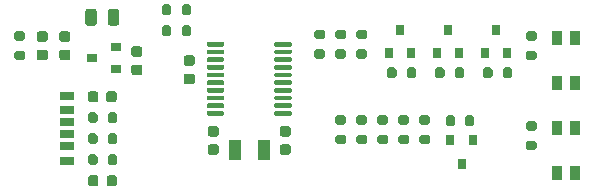
<source format=gbp>
G04 #@! TF.GenerationSoftware,KiCad,Pcbnew,(5.1.10)-1*
G04 #@! TF.CreationDate,2021-07-15T16:55:59+03:00*
G04 #@! TF.ProjectId,clock,636c6f63-6b2e-46b6-9963-61645f706362,rev?*
G04 #@! TF.SameCoordinates,Original*
G04 #@! TF.FileFunction,Paste,Bot*
G04 #@! TF.FilePolarity,Positive*
%FSLAX46Y46*%
G04 Gerber Fmt 4.6, Leading zero omitted, Abs format (unit mm)*
G04 Created by KiCad (PCBNEW (5.1.10)-1) date 2021-07-15 16:55:59*
%MOMM*%
%LPD*%
G01*
G04 APERTURE LIST*
%ADD10R,0.800000X0.900000*%
%ADD11R,0.900000X0.800000*%
%ADD12R,1.000000X1.800000*%
%ADD13R,0.900000X1.225000*%
%ADD14R,1.200000X0.800000*%
%ADD15R,1.200000X0.760000*%
%ADD16R,1.200000X0.700000*%
G04 APERTURE END LIST*
G36*
G01*
X49750000Y-29949000D02*
X49750000Y-29749000D01*
G75*
G02*
X49850000Y-29649000I100000J0D01*
G01*
X51125000Y-29649000D01*
G75*
G02*
X51225000Y-29749000I0J-100000D01*
G01*
X51225000Y-29949000D01*
G75*
G02*
X51125000Y-30049000I-100000J0D01*
G01*
X49850000Y-30049000D01*
G75*
G02*
X49750000Y-29949000I0J100000D01*
G01*
G37*
G36*
G01*
X49750000Y-29299000D02*
X49750000Y-29099000D01*
G75*
G02*
X49850000Y-28999000I100000J0D01*
G01*
X51125000Y-28999000D01*
G75*
G02*
X51225000Y-29099000I0J-100000D01*
G01*
X51225000Y-29299000D01*
G75*
G02*
X51125000Y-29399000I-100000J0D01*
G01*
X49850000Y-29399000D01*
G75*
G02*
X49750000Y-29299000I0J100000D01*
G01*
G37*
G36*
G01*
X49750000Y-28649000D02*
X49750000Y-28449000D01*
G75*
G02*
X49850000Y-28349000I100000J0D01*
G01*
X51125000Y-28349000D01*
G75*
G02*
X51225000Y-28449000I0J-100000D01*
G01*
X51225000Y-28649000D01*
G75*
G02*
X51125000Y-28749000I-100000J0D01*
G01*
X49850000Y-28749000D01*
G75*
G02*
X49750000Y-28649000I0J100000D01*
G01*
G37*
G36*
G01*
X49750000Y-27999000D02*
X49750000Y-27799000D01*
G75*
G02*
X49850000Y-27699000I100000J0D01*
G01*
X51125000Y-27699000D01*
G75*
G02*
X51225000Y-27799000I0J-100000D01*
G01*
X51225000Y-27999000D01*
G75*
G02*
X51125000Y-28099000I-100000J0D01*
G01*
X49850000Y-28099000D01*
G75*
G02*
X49750000Y-27999000I0J100000D01*
G01*
G37*
G36*
G01*
X49750000Y-27349000D02*
X49750000Y-27149000D01*
G75*
G02*
X49850000Y-27049000I100000J0D01*
G01*
X51125000Y-27049000D01*
G75*
G02*
X51225000Y-27149000I0J-100000D01*
G01*
X51225000Y-27349000D01*
G75*
G02*
X51125000Y-27449000I-100000J0D01*
G01*
X49850000Y-27449000D01*
G75*
G02*
X49750000Y-27349000I0J100000D01*
G01*
G37*
G36*
G01*
X49750000Y-26699000D02*
X49750000Y-26499000D01*
G75*
G02*
X49850000Y-26399000I100000J0D01*
G01*
X51125000Y-26399000D01*
G75*
G02*
X51225000Y-26499000I0J-100000D01*
G01*
X51225000Y-26699000D01*
G75*
G02*
X51125000Y-26799000I-100000J0D01*
G01*
X49850000Y-26799000D01*
G75*
G02*
X49750000Y-26699000I0J100000D01*
G01*
G37*
G36*
G01*
X49750000Y-26049000D02*
X49750000Y-25849000D01*
G75*
G02*
X49850000Y-25749000I100000J0D01*
G01*
X51125000Y-25749000D01*
G75*
G02*
X51225000Y-25849000I0J-100000D01*
G01*
X51225000Y-26049000D01*
G75*
G02*
X51125000Y-26149000I-100000J0D01*
G01*
X49850000Y-26149000D01*
G75*
G02*
X49750000Y-26049000I0J100000D01*
G01*
G37*
G36*
G01*
X49750000Y-25399000D02*
X49750000Y-25199000D01*
G75*
G02*
X49850000Y-25099000I100000J0D01*
G01*
X51125000Y-25099000D01*
G75*
G02*
X51225000Y-25199000I0J-100000D01*
G01*
X51225000Y-25399000D01*
G75*
G02*
X51125000Y-25499000I-100000J0D01*
G01*
X49850000Y-25499000D01*
G75*
G02*
X49750000Y-25399000I0J100000D01*
G01*
G37*
G36*
G01*
X49750000Y-24749000D02*
X49750000Y-24549000D01*
G75*
G02*
X49850000Y-24449000I100000J0D01*
G01*
X51125000Y-24449000D01*
G75*
G02*
X51225000Y-24549000I0J-100000D01*
G01*
X51225000Y-24749000D01*
G75*
G02*
X51125000Y-24849000I-100000J0D01*
G01*
X49850000Y-24849000D01*
G75*
G02*
X49750000Y-24749000I0J100000D01*
G01*
G37*
G36*
G01*
X49750000Y-24099000D02*
X49750000Y-23899000D01*
G75*
G02*
X49850000Y-23799000I100000J0D01*
G01*
X51125000Y-23799000D01*
G75*
G02*
X51225000Y-23899000I0J-100000D01*
G01*
X51225000Y-24099000D01*
G75*
G02*
X51125000Y-24199000I-100000J0D01*
G01*
X49850000Y-24199000D01*
G75*
G02*
X49750000Y-24099000I0J100000D01*
G01*
G37*
G36*
G01*
X44025000Y-24099000D02*
X44025000Y-23899000D01*
G75*
G02*
X44125000Y-23799000I100000J0D01*
G01*
X45400000Y-23799000D01*
G75*
G02*
X45500000Y-23899000I0J-100000D01*
G01*
X45500000Y-24099000D01*
G75*
G02*
X45400000Y-24199000I-100000J0D01*
G01*
X44125000Y-24199000D01*
G75*
G02*
X44025000Y-24099000I0J100000D01*
G01*
G37*
G36*
G01*
X44025000Y-24749000D02*
X44025000Y-24549000D01*
G75*
G02*
X44125000Y-24449000I100000J0D01*
G01*
X45400000Y-24449000D01*
G75*
G02*
X45500000Y-24549000I0J-100000D01*
G01*
X45500000Y-24749000D01*
G75*
G02*
X45400000Y-24849000I-100000J0D01*
G01*
X44125000Y-24849000D01*
G75*
G02*
X44025000Y-24749000I0J100000D01*
G01*
G37*
G36*
G01*
X44025000Y-25399000D02*
X44025000Y-25199000D01*
G75*
G02*
X44125000Y-25099000I100000J0D01*
G01*
X45400000Y-25099000D01*
G75*
G02*
X45500000Y-25199000I0J-100000D01*
G01*
X45500000Y-25399000D01*
G75*
G02*
X45400000Y-25499000I-100000J0D01*
G01*
X44125000Y-25499000D01*
G75*
G02*
X44025000Y-25399000I0J100000D01*
G01*
G37*
G36*
G01*
X44025000Y-26049000D02*
X44025000Y-25849000D01*
G75*
G02*
X44125000Y-25749000I100000J0D01*
G01*
X45400000Y-25749000D01*
G75*
G02*
X45500000Y-25849000I0J-100000D01*
G01*
X45500000Y-26049000D01*
G75*
G02*
X45400000Y-26149000I-100000J0D01*
G01*
X44125000Y-26149000D01*
G75*
G02*
X44025000Y-26049000I0J100000D01*
G01*
G37*
G36*
G01*
X44025000Y-26699000D02*
X44025000Y-26499000D01*
G75*
G02*
X44125000Y-26399000I100000J0D01*
G01*
X45400000Y-26399000D01*
G75*
G02*
X45500000Y-26499000I0J-100000D01*
G01*
X45500000Y-26699000D01*
G75*
G02*
X45400000Y-26799000I-100000J0D01*
G01*
X44125000Y-26799000D01*
G75*
G02*
X44025000Y-26699000I0J100000D01*
G01*
G37*
G36*
G01*
X44025000Y-27349000D02*
X44025000Y-27149000D01*
G75*
G02*
X44125000Y-27049000I100000J0D01*
G01*
X45400000Y-27049000D01*
G75*
G02*
X45500000Y-27149000I0J-100000D01*
G01*
X45500000Y-27349000D01*
G75*
G02*
X45400000Y-27449000I-100000J0D01*
G01*
X44125000Y-27449000D01*
G75*
G02*
X44025000Y-27349000I0J100000D01*
G01*
G37*
G36*
G01*
X44025000Y-27999000D02*
X44025000Y-27799000D01*
G75*
G02*
X44125000Y-27699000I100000J0D01*
G01*
X45400000Y-27699000D01*
G75*
G02*
X45500000Y-27799000I0J-100000D01*
G01*
X45500000Y-27999000D01*
G75*
G02*
X45400000Y-28099000I-100000J0D01*
G01*
X44125000Y-28099000D01*
G75*
G02*
X44025000Y-27999000I0J100000D01*
G01*
G37*
G36*
G01*
X44025000Y-28649000D02*
X44025000Y-28449000D01*
G75*
G02*
X44125000Y-28349000I100000J0D01*
G01*
X45400000Y-28349000D01*
G75*
G02*
X45500000Y-28449000I0J-100000D01*
G01*
X45500000Y-28649000D01*
G75*
G02*
X45400000Y-28749000I-100000J0D01*
G01*
X44125000Y-28749000D01*
G75*
G02*
X44025000Y-28649000I0J100000D01*
G01*
G37*
G36*
G01*
X44025000Y-29299000D02*
X44025000Y-29099000D01*
G75*
G02*
X44125000Y-28999000I100000J0D01*
G01*
X45400000Y-28999000D01*
G75*
G02*
X45500000Y-29099000I0J-100000D01*
G01*
X45500000Y-29299000D01*
G75*
G02*
X45400000Y-29399000I-100000J0D01*
G01*
X44125000Y-29399000D01*
G75*
G02*
X44025000Y-29299000I0J100000D01*
G01*
G37*
G36*
G01*
X44025000Y-29949000D02*
X44025000Y-29749000D01*
G75*
G02*
X44125000Y-29649000I100000J0D01*
G01*
X45400000Y-29649000D01*
G75*
G02*
X45500000Y-29749000I0J-100000D01*
G01*
X45500000Y-29949000D01*
G75*
G02*
X45400000Y-30049000I-100000J0D01*
G01*
X44125000Y-30049000D01*
G75*
G02*
X44025000Y-29949000I0J100000D01*
G01*
G37*
G36*
G01*
X34729000Y-21242000D02*
X34729000Y-22192000D01*
G75*
G02*
X34479000Y-22442000I-250000J0D01*
G01*
X33979000Y-22442000D01*
G75*
G02*
X33729000Y-22192000I0J250000D01*
G01*
X33729000Y-21242000D01*
G75*
G02*
X33979000Y-20992000I250000J0D01*
G01*
X34479000Y-20992000D01*
G75*
G02*
X34729000Y-21242000I0J-250000D01*
G01*
G37*
G36*
G01*
X36629000Y-21242000D02*
X36629000Y-22192000D01*
G75*
G02*
X36379000Y-22442000I-250000J0D01*
G01*
X35879000Y-22442000D01*
G75*
G02*
X35629000Y-22192000I0J250000D01*
G01*
X35629000Y-21242000D01*
G75*
G02*
X35879000Y-20992000I250000J0D01*
G01*
X36379000Y-20992000D01*
G75*
G02*
X36629000Y-21242000I0J-250000D01*
G01*
G37*
G36*
G01*
X34854400Y-35303750D02*
X34854400Y-35816250D01*
G75*
G02*
X34635650Y-36035000I-218750J0D01*
G01*
X34198150Y-36035000D01*
G75*
G02*
X33979400Y-35816250I0J218750D01*
G01*
X33979400Y-35303750D01*
G75*
G02*
X34198150Y-35085000I218750J0D01*
G01*
X34635650Y-35085000D01*
G75*
G02*
X34854400Y-35303750I0J-218750D01*
G01*
G37*
G36*
G01*
X36429400Y-35303750D02*
X36429400Y-35816250D01*
G75*
G02*
X36210650Y-36035000I-218750J0D01*
G01*
X35773150Y-36035000D01*
G75*
G02*
X35554400Y-35816250I0J218750D01*
G01*
X35554400Y-35303750D01*
G75*
G02*
X35773150Y-35085000I218750J0D01*
G01*
X36210650Y-35085000D01*
G75*
G02*
X36429400Y-35303750I0J-218750D01*
G01*
G37*
G36*
G01*
X32254000Y-23805000D02*
X31754000Y-23805000D01*
G75*
G02*
X31529000Y-23580000I0J225000D01*
G01*
X31529000Y-23130000D01*
G75*
G02*
X31754000Y-22905000I225000J0D01*
G01*
X32254000Y-22905000D01*
G75*
G02*
X32479000Y-23130000I0J-225000D01*
G01*
X32479000Y-23580000D01*
G75*
G02*
X32254000Y-23805000I-225000J0D01*
G01*
G37*
G36*
G01*
X32254000Y-25355000D02*
X31754000Y-25355000D01*
G75*
G02*
X31529000Y-25130000I0J225000D01*
G01*
X31529000Y-24680000D01*
G75*
G02*
X31754000Y-24455000I225000J0D01*
G01*
X32254000Y-24455000D01*
G75*
G02*
X32479000Y-24680000I0J-225000D01*
G01*
X32479000Y-25130000D01*
G75*
G02*
X32254000Y-25355000I-225000J0D01*
G01*
G37*
G36*
G01*
X30349000Y-23805000D02*
X29849000Y-23805000D01*
G75*
G02*
X29624000Y-23580000I0J225000D01*
G01*
X29624000Y-23130000D01*
G75*
G02*
X29849000Y-22905000I225000J0D01*
G01*
X30349000Y-22905000D01*
G75*
G02*
X30574000Y-23130000I0J-225000D01*
G01*
X30574000Y-23580000D01*
G75*
G02*
X30349000Y-23805000I-225000J0D01*
G01*
G37*
G36*
G01*
X30349000Y-25355000D02*
X29849000Y-25355000D01*
G75*
G02*
X29624000Y-25130000I0J225000D01*
G01*
X29624000Y-24680000D01*
G75*
G02*
X29849000Y-24455000I225000J0D01*
G01*
X30349000Y-24455000D01*
G75*
G02*
X30574000Y-24680000I0J-225000D01*
G01*
X30574000Y-25130000D01*
G75*
G02*
X30349000Y-25355000I-225000J0D01*
G01*
G37*
G36*
G01*
X50923000Y-31819000D02*
X50423000Y-31819000D01*
G75*
G02*
X50198000Y-31594000I0J225000D01*
G01*
X50198000Y-31144000D01*
G75*
G02*
X50423000Y-30919000I225000J0D01*
G01*
X50923000Y-30919000D01*
G75*
G02*
X51148000Y-31144000I0J-225000D01*
G01*
X51148000Y-31594000D01*
G75*
G02*
X50923000Y-31819000I-225000J0D01*
G01*
G37*
G36*
G01*
X50923000Y-33369000D02*
X50423000Y-33369000D01*
G75*
G02*
X50198000Y-33144000I0J225000D01*
G01*
X50198000Y-32694000D01*
G75*
G02*
X50423000Y-32469000I225000J0D01*
G01*
X50923000Y-32469000D01*
G75*
G02*
X51148000Y-32694000I0J-225000D01*
G01*
X51148000Y-33144000D01*
G75*
G02*
X50923000Y-33369000I-225000J0D01*
G01*
G37*
G36*
G01*
X44827000Y-31819000D02*
X44327000Y-31819000D01*
G75*
G02*
X44102000Y-31594000I0J225000D01*
G01*
X44102000Y-31144000D01*
G75*
G02*
X44327000Y-30919000I225000J0D01*
G01*
X44827000Y-30919000D01*
G75*
G02*
X45052000Y-31144000I0J-225000D01*
G01*
X45052000Y-31594000D01*
G75*
G02*
X44827000Y-31819000I-225000J0D01*
G01*
G37*
G36*
G01*
X44827000Y-33369000D02*
X44327000Y-33369000D01*
G75*
G02*
X44102000Y-33144000I0J225000D01*
G01*
X44102000Y-32694000D01*
G75*
G02*
X44327000Y-32469000I225000J0D01*
G01*
X44827000Y-32469000D01*
G75*
G02*
X45052000Y-32694000I0J-225000D01*
G01*
X45052000Y-33144000D01*
G75*
G02*
X44827000Y-33369000I-225000J0D01*
G01*
G37*
G36*
G01*
X38350000Y-25075000D02*
X37850000Y-25075000D01*
G75*
G02*
X37625000Y-24850000I0J225000D01*
G01*
X37625000Y-24400000D01*
G75*
G02*
X37850000Y-24175000I225000J0D01*
G01*
X38350000Y-24175000D01*
G75*
G02*
X38575000Y-24400000I0J-225000D01*
G01*
X38575000Y-24850000D01*
G75*
G02*
X38350000Y-25075000I-225000J0D01*
G01*
G37*
G36*
G01*
X38350000Y-26625000D02*
X37850000Y-26625000D01*
G75*
G02*
X37625000Y-26400000I0J225000D01*
G01*
X37625000Y-25950000D01*
G75*
G02*
X37850000Y-25725000I225000J0D01*
G01*
X38350000Y-25725000D01*
G75*
G02*
X38575000Y-25950000I0J-225000D01*
G01*
X38575000Y-26400000D01*
G75*
G02*
X38350000Y-26625000I-225000J0D01*
G01*
G37*
G36*
G01*
X35504000Y-28698000D02*
X35504000Y-28198000D01*
G75*
G02*
X35729000Y-27973000I225000J0D01*
G01*
X36179000Y-27973000D01*
G75*
G02*
X36404000Y-28198000I0J-225000D01*
G01*
X36404000Y-28698000D01*
G75*
G02*
X36179000Y-28923000I-225000J0D01*
G01*
X35729000Y-28923000D01*
G75*
G02*
X35504000Y-28698000I0J225000D01*
G01*
G37*
G36*
G01*
X33954000Y-28698000D02*
X33954000Y-28198000D01*
G75*
G02*
X34179000Y-27973000I225000J0D01*
G01*
X34629000Y-27973000D01*
G75*
G02*
X34854000Y-28198000I0J-225000D01*
G01*
X34854000Y-28698000D01*
G75*
G02*
X34629000Y-28923000I-225000J0D01*
G01*
X34179000Y-28923000D01*
G75*
G02*
X33954000Y-28698000I0J225000D01*
G01*
G37*
G36*
G01*
X42295000Y-26487000D02*
X42795000Y-26487000D01*
G75*
G02*
X43020000Y-26712000I0J-225000D01*
G01*
X43020000Y-27162000D01*
G75*
G02*
X42795000Y-27387000I-225000J0D01*
G01*
X42295000Y-27387000D01*
G75*
G02*
X42070000Y-27162000I0J225000D01*
G01*
X42070000Y-26712000D01*
G75*
G02*
X42295000Y-26487000I225000J0D01*
G01*
G37*
G36*
G01*
X42295000Y-24937000D02*
X42795000Y-24937000D01*
G75*
G02*
X43020000Y-25162000I0J-225000D01*
G01*
X43020000Y-25612000D01*
G75*
G02*
X42795000Y-25837000I-225000J0D01*
G01*
X42295000Y-25837000D01*
G75*
G02*
X42070000Y-25612000I0J225000D01*
G01*
X42070000Y-25162000D01*
G75*
G02*
X42295000Y-24937000I225000J0D01*
G01*
G37*
G36*
G01*
X68219000Y-26141000D02*
X68219000Y-26691000D01*
G75*
G02*
X68019000Y-26891000I-200000J0D01*
G01*
X67619000Y-26891000D01*
G75*
G02*
X67419000Y-26691000I0J200000D01*
G01*
X67419000Y-26141000D01*
G75*
G02*
X67619000Y-25941000I200000J0D01*
G01*
X68019000Y-25941000D01*
G75*
G02*
X68219000Y-26141000I0J-200000D01*
G01*
G37*
G36*
G01*
X69869000Y-26141000D02*
X69869000Y-26691000D01*
G75*
G02*
X69669000Y-26891000I-200000J0D01*
G01*
X69269000Y-26891000D01*
G75*
G02*
X69069000Y-26691000I0J200000D01*
G01*
X69069000Y-26141000D01*
G75*
G02*
X69269000Y-25941000I200000J0D01*
G01*
X69669000Y-25941000D01*
G75*
G02*
X69869000Y-26141000I0J-200000D01*
G01*
G37*
G36*
G01*
X41040000Y-20807000D02*
X41040000Y-21357000D01*
G75*
G02*
X40840000Y-21557000I-200000J0D01*
G01*
X40440000Y-21557000D01*
G75*
G02*
X40240000Y-21357000I0J200000D01*
G01*
X40240000Y-20807000D01*
G75*
G02*
X40440000Y-20607000I200000J0D01*
G01*
X40840000Y-20607000D01*
G75*
G02*
X41040000Y-20807000I0J-200000D01*
G01*
G37*
G36*
G01*
X42690000Y-20807000D02*
X42690000Y-21357000D01*
G75*
G02*
X42490000Y-21557000I-200000J0D01*
G01*
X42090000Y-21557000D01*
G75*
G02*
X41890000Y-21357000I0J200000D01*
G01*
X41890000Y-20807000D01*
G75*
G02*
X42090000Y-20607000I200000J0D01*
G01*
X42490000Y-20607000D01*
G75*
G02*
X42690000Y-20807000I0J-200000D01*
G01*
G37*
G36*
G01*
X65893000Y-30755000D02*
X65893000Y-30205000D01*
G75*
G02*
X66093000Y-30005000I200000J0D01*
G01*
X66493000Y-30005000D01*
G75*
G02*
X66693000Y-30205000I0J-200000D01*
G01*
X66693000Y-30755000D01*
G75*
G02*
X66493000Y-30955000I-200000J0D01*
G01*
X66093000Y-30955000D01*
G75*
G02*
X65893000Y-30755000I0J200000D01*
G01*
G37*
G36*
G01*
X64243000Y-30755000D02*
X64243000Y-30205000D01*
G75*
G02*
X64443000Y-30005000I200000J0D01*
G01*
X64843000Y-30005000D01*
G75*
G02*
X65043000Y-30205000I0J-200000D01*
G01*
X65043000Y-30755000D01*
G75*
G02*
X64843000Y-30955000I-200000J0D01*
G01*
X64443000Y-30955000D01*
G75*
G02*
X64243000Y-30755000I0J200000D01*
G01*
G37*
G36*
G01*
X64155000Y-26141000D02*
X64155000Y-26691000D01*
G75*
G02*
X63955000Y-26891000I-200000J0D01*
G01*
X63555000Y-26891000D01*
G75*
G02*
X63355000Y-26691000I0J200000D01*
G01*
X63355000Y-26141000D01*
G75*
G02*
X63555000Y-25941000I200000J0D01*
G01*
X63955000Y-25941000D01*
G75*
G02*
X64155000Y-26141000I0J-200000D01*
G01*
G37*
G36*
G01*
X65805000Y-26141000D02*
X65805000Y-26691000D01*
G75*
G02*
X65605000Y-26891000I-200000J0D01*
G01*
X65205000Y-26891000D01*
G75*
G02*
X65005000Y-26691000I0J200000D01*
G01*
X65005000Y-26141000D01*
G75*
G02*
X65205000Y-25941000I200000J0D01*
G01*
X65605000Y-25941000D01*
G75*
G02*
X65805000Y-26141000I0J-200000D01*
G01*
G37*
G36*
G01*
X60091000Y-26141000D02*
X60091000Y-26691000D01*
G75*
G02*
X59891000Y-26891000I-200000J0D01*
G01*
X59491000Y-26891000D01*
G75*
G02*
X59291000Y-26691000I0J200000D01*
G01*
X59291000Y-26141000D01*
G75*
G02*
X59491000Y-25941000I200000J0D01*
G01*
X59891000Y-25941000D01*
G75*
G02*
X60091000Y-26141000I0J-200000D01*
G01*
G37*
G36*
G01*
X61741000Y-26141000D02*
X61741000Y-26691000D01*
G75*
G02*
X61541000Y-26891000I-200000J0D01*
G01*
X61141000Y-26891000D01*
G75*
G02*
X60941000Y-26691000I0J200000D01*
G01*
X60941000Y-26141000D01*
G75*
G02*
X61141000Y-25941000I200000J0D01*
G01*
X61541000Y-25941000D01*
G75*
G02*
X61741000Y-26141000I0J-200000D01*
G01*
G37*
G36*
G01*
X59203000Y-30817000D02*
X58653000Y-30817000D01*
G75*
G02*
X58453000Y-30617000I0J200000D01*
G01*
X58453000Y-30217000D01*
G75*
G02*
X58653000Y-30017000I200000J0D01*
G01*
X59203000Y-30017000D01*
G75*
G02*
X59403000Y-30217000I0J-200000D01*
G01*
X59403000Y-30617000D01*
G75*
G02*
X59203000Y-30817000I-200000J0D01*
G01*
G37*
G36*
G01*
X59203000Y-32467000D02*
X58653000Y-32467000D01*
G75*
G02*
X58453000Y-32267000I0J200000D01*
G01*
X58453000Y-31867000D01*
G75*
G02*
X58653000Y-31667000I200000J0D01*
G01*
X59203000Y-31667000D01*
G75*
G02*
X59403000Y-31867000I0J-200000D01*
G01*
X59403000Y-32267000D01*
G75*
G02*
X59203000Y-32467000I-200000J0D01*
G01*
G37*
G36*
G01*
X62759000Y-30817000D02*
X62209000Y-30817000D01*
G75*
G02*
X62009000Y-30617000I0J200000D01*
G01*
X62009000Y-30217000D01*
G75*
G02*
X62209000Y-30017000I200000J0D01*
G01*
X62759000Y-30017000D01*
G75*
G02*
X62959000Y-30217000I0J-200000D01*
G01*
X62959000Y-30617000D01*
G75*
G02*
X62759000Y-30817000I-200000J0D01*
G01*
G37*
G36*
G01*
X62759000Y-32467000D02*
X62209000Y-32467000D01*
G75*
G02*
X62009000Y-32267000I0J200000D01*
G01*
X62009000Y-31867000D01*
G75*
G02*
X62209000Y-31667000I200000J0D01*
G01*
X62759000Y-31667000D01*
G75*
G02*
X62959000Y-31867000I0J-200000D01*
G01*
X62959000Y-32267000D01*
G75*
G02*
X62759000Y-32467000I-200000J0D01*
G01*
G37*
G36*
G01*
X55097000Y-24428000D02*
X55647000Y-24428000D01*
G75*
G02*
X55847000Y-24628000I0J-200000D01*
G01*
X55847000Y-25028000D01*
G75*
G02*
X55647000Y-25228000I-200000J0D01*
G01*
X55097000Y-25228000D01*
G75*
G02*
X54897000Y-25028000I0J200000D01*
G01*
X54897000Y-24628000D01*
G75*
G02*
X55097000Y-24428000I200000J0D01*
G01*
G37*
G36*
G01*
X55097000Y-22778000D02*
X55647000Y-22778000D01*
G75*
G02*
X55847000Y-22978000I0J-200000D01*
G01*
X55847000Y-23378000D01*
G75*
G02*
X55647000Y-23578000I-200000J0D01*
G01*
X55097000Y-23578000D01*
G75*
G02*
X54897000Y-23378000I0J200000D01*
G01*
X54897000Y-22978000D01*
G75*
G02*
X55097000Y-22778000I200000J0D01*
G01*
G37*
G36*
G01*
X55647000Y-30817000D02*
X55097000Y-30817000D01*
G75*
G02*
X54897000Y-30617000I0J200000D01*
G01*
X54897000Y-30217000D01*
G75*
G02*
X55097000Y-30017000I200000J0D01*
G01*
X55647000Y-30017000D01*
G75*
G02*
X55847000Y-30217000I0J-200000D01*
G01*
X55847000Y-30617000D01*
G75*
G02*
X55647000Y-30817000I-200000J0D01*
G01*
G37*
G36*
G01*
X55647000Y-32467000D02*
X55097000Y-32467000D01*
G75*
G02*
X54897000Y-32267000I0J200000D01*
G01*
X54897000Y-31867000D01*
G75*
G02*
X55097000Y-31667000I200000J0D01*
G01*
X55647000Y-31667000D01*
G75*
G02*
X55847000Y-31867000I0J-200000D01*
G01*
X55847000Y-32267000D01*
G75*
G02*
X55647000Y-32467000I-200000J0D01*
G01*
G37*
G36*
G01*
X57425000Y-30817000D02*
X56875000Y-30817000D01*
G75*
G02*
X56675000Y-30617000I0J200000D01*
G01*
X56675000Y-30217000D01*
G75*
G02*
X56875000Y-30017000I200000J0D01*
G01*
X57425000Y-30017000D01*
G75*
G02*
X57625000Y-30217000I0J-200000D01*
G01*
X57625000Y-30617000D01*
G75*
G02*
X57425000Y-30817000I-200000J0D01*
G01*
G37*
G36*
G01*
X57425000Y-32467000D02*
X56875000Y-32467000D01*
G75*
G02*
X56675000Y-32267000I0J200000D01*
G01*
X56675000Y-31867000D01*
G75*
G02*
X56875000Y-31667000I200000J0D01*
G01*
X57425000Y-31667000D01*
G75*
G02*
X57625000Y-31867000I0J-200000D01*
G01*
X57625000Y-32267000D01*
G75*
G02*
X57425000Y-32467000I-200000J0D01*
G01*
G37*
G36*
G01*
X60981000Y-30817000D02*
X60431000Y-30817000D01*
G75*
G02*
X60231000Y-30617000I0J200000D01*
G01*
X60231000Y-30217000D01*
G75*
G02*
X60431000Y-30017000I200000J0D01*
G01*
X60981000Y-30017000D01*
G75*
G02*
X61181000Y-30217000I0J-200000D01*
G01*
X61181000Y-30617000D01*
G75*
G02*
X60981000Y-30817000I-200000J0D01*
G01*
G37*
G36*
G01*
X60981000Y-32467000D02*
X60431000Y-32467000D01*
G75*
G02*
X60231000Y-32267000I0J200000D01*
G01*
X60231000Y-31867000D01*
G75*
G02*
X60431000Y-31667000I200000J0D01*
G01*
X60981000Y-31667000D01*
G75*
G02*
X61181000Y-31867000I0J-200000D01*
G01*
X61181000Y-32267000D01*
G75*
G02*
X60981000Y-32467000I-200000J0D01*
G01*
G37*
G36*
G01*
X56875000Y-24428000D02*
X57425000Y-24428000D01*
G75*
G02*
X57625000Y-24628000I0J-200000D01*
G01*
X57625000Y-25028000D01*
G75*
G02*
X57425000Y-25228000I-200000J0D01*
G01*
X56875000Y-25228000D01*
G75*
G02*
X56675000Y-25028000I0J200000D01*
G01*
X56675000Y-24628000D01*
G75*
G02*
X56875000Y-24428000I200000J0D01*
G01*
G37*
G36*
G01*
X56875000Y-22778000D02*
X57425000Y-22778000D01*
G75*
G02*
X57625000Y-22978000I0J-200000D01*
G01*
X57625000Y-23378000D01*
G75*
G02*
X57425000Y-23578000I-200000J0D01*
G01*
X56875000Y-23578000D01*
G75*
G02*
X56675000Y-23378000I0J200000D01*
G01*
X56675000Y-22978000D01*
G75*
G02*
X56875000Y-22778000I200000J0D01*
G01*
G37*
G36*
G01*
X53319000Y-24428000D02*
X53869000Y-24428000D01*
G75*
G02*
X54069000Y-24628000I0J-200000D01*
G01*
X54069000Y-25028000D01*
G75*
G02*
X53869000Y-25228000I-200000J0D01*
G01*
X53319000Y-25228000D01*
G75*
G02*
X53119000Y-25028000I0J200000D01*
G01*
X53119000Y-24628000D01*
G75*
G02*
X53319000Y-24428000I200000J0D01*
G01*
G37*
G36*
G01*
X53319000Y-22778000D02*
X53869000Y-22778000D01*
G75*
G02*
X54069000Y-22978000I0J-200000D01*
G01*
X54069000Y-23378000D01*
G75*
G02*
X53869000Y-23578000I-200000J0D01*
G01*
X53319000Y-23578000D01*
G75*
G02*
X53119000Y-23378000I0J200000D01*
G01*
X53119000Y-22978000D01*
G75*
G02*
X53319000Y-22778000I200000J0D01*
G01*
G37*
G36*
G01*
X41890000Y-23135000D02*
X41890000Y-22585000D01*
G75*
G02*
X42090000Y-22385000I200000J0D01*
G01*
X42490000Y-22385000D01*
G75*
G02*
X42690000Y-22585000I0J-200000D01*
G01*
X42690000Y-23135000D01*
G75*
G02*
X42490000Y-23335000I-200000J0D01*
G01*
X42090000Y-23335000D01*
G75*
G02*
X41890000Y-23135000I0J200000D01*
G01*
G37*
G36*
G01*
X40240000Y-23135000D02*
X40240000Y-22585000D01*
G75*
G02*
X40440000Y-22385000I200000J0D01*
G01*
X40840000Y-22385000D01*
G75*
G02*
X41040000Y-22585000I0J-200000D01*
G01*
X41040000Y-23135000D01*
G75*
G02*
X40840000Y-23335000I-200000J0D01*
G01*
X40440000Y-23335000D01*
G75*
G02*
X40240000Y-23135000I0J200000D01*
G01*
G37*
G36*
G01*
X71776000Y-31325000D02*
X71226000Y-31325000D01*
G75*
G02*
X71026000Y-31125000I0J200000D01*
G01*
X71026000Y-30725000D01*
G75*
G02*
X71226000Y-30525000I200000J0D01*
G01*
X71776000Y-30525000D01*
G75*
G02*
X71976000Y-30725000I0J-200000D01*
G01*
X71976000Y-31125000D01*
G75*
G02*
X71776000Y-31325000I-200000J0D01*
G01*
G37*
G36*
G01*
X71776000Y-32975000D02*
X71226000Y-32975000D01*
G75*
G02*
X71026000Y-32775000I0J200000D01*
G01*
X71026000Y-32375000D01*
G75*
G02*
X71226000Y-32175000I200000J0D01*
G01*
X71776000Y-32175000D01*
G75*
G02*
X71976000Y-32375000I0J-200000D01*
G01*
X71976000Y-32775000D01*
G75*
G02*
X71776000Y-32975000I-200000J0D01*
G01*
G37*
G36*
G01*
X71776000Y-23705000D02*
X71226000Y-23705000D01*
G75*
G02*
X71026000Y-23505000I0J200000D01*
G01*
X71026000Y-23105000D01*
G75*
G02*
X71226000Y-22905000I200000J0D01*
G01*
X71776000Y-22905000D01*
G75*
G02*
X71976000Y-23105000I0J-200000D01*
G01*
X71976000Y-23505000D01*
G75*
G02*
X71776000Y-23705000I-200000J0D01*
G01*
G37*
G36*
G01*
X71776000Y-25355000D02*
X71226000Y-25355000D01*
G75*
G02*
X71026000Y-25155000I0J200000D01*
G01*
X71026000Y-24755000D01*
G75*
G02*
X71226000Y-24555000I200000J0D01*
G01*
X71776000Y-24555000D01*
G75*
G02*
X71976000Y-24755000I0J-200000D01*
G01*
X71976000Y-25155000D01*
G75*
G02*
X71776000Y-25355000I-200000J0D01*
G01*
G37*
G36*
G01*
X28469000Y-23705000D02*
X27919000Y-23705000D01*
G75*
G02*
X27719000Y-23505000I0J200000D01*
G01*
X27719000Y-23105000D01*
G75*
G02*
X27919000Y-22905000I200000J0D01*
G01*
X28469000Y-22905000D01*
G75*
G02*
X28669000Y-23105000I0J-200000D01*
G01*
X28669000Y-23505000D01*
G75*
G02*
X28469000Y-23705000I-200000J0D01*
G01*
G37*
G36*
G01*
X28469000Y-25355000D02*
X27919000Y-25355000D01*
G75*
G02*
X27719000Y-25155000I0J200000D01*
G01*
X27719000Y-24755000D01*
G75*
G02*
X27919000Y-24555000I200000J0D01*
G01*
X28469000Y-24555000D01*
G75*
G02*
X28669000Y-24755000I0J-200000D01*
G01*
X28669000Y-25155000D01*
G75*
G02*
X28469000Y-25355000I-200000J0D01*
G01*
G37*
G36*
G01*
X35629400Y-32279000D02*
X35629400Y-31729000D01*
G75*
G02*
X35829400Y-31529000I200000J0D01*
G01*
X36229400Y-31529000D01*
G75*
G02*
X36429400Y-31729000I0J-200000D01*
G01*
X36429400Y-32279000D01*
G75*
G02*
X36229400Y-32479000I-200000J0D01*
G01*
X35829400Y-32479000D01*
G75*
G02*
X35629400Y-32279000I0J200000D01*
G01*
G37*
G36*
G01*
X33979400Y-32279000D02*
X33979400Y-31729000D01*
G75*
G02*
X34179400Y-31529000I200000J0D01*
G01*
X34579400Y-31529000D01*
G75*
G02*
X34779400Y-31729000I0J-200000D01*
G01*
X34779400Y-32279000D01*
G75*
G02*
X34579400Y-32479000I-200000J0D01*
G01*
X34179400Y-32479000D01*
G75*
G02*
X33979400Y-32279000I0J200000D01*
G01*
G37*
G36*
G01*
X35629400Y-30501000D02*
X35629400Y-29951000D01*
G75*
G02*
X35829400Y-29751000I200000J0D01*
G01*
X36229400Y-29751000D01*
G75*
G02*
X36429400Y-29951000I0J-200000D01*
G01*
X36429400Y-30501000D01*
G75*
G02*
X36229400Y-30701000I-200000J0D01*
G01*
X35829400Y-30701000D01*
G75*
G02*
X35629400Y-30501000I0J200000D01*
G01*
G37*
G36*
G01*
X33979400Y-30501000D02*
X33979400Y-29951000D01*
G75*
G02*
X34179400Y-29751000I200000J0D01*
G01*
X34579400Y-29751000D01*
G75*
G02*
X34779400Y-29951000I0J-200000D01*
G01*
X34779400Y-30501000D01*
G75*
G02*
X34579400Y-30701000I-200000J0D01*
G01*
X34179400Y-30701000D01*
G75*
G02*
X33979400Y-30501000I0J200000D01*
G01*
G37*
G36*
G01*
X34779400Y-33507000D02*
X34779400Y-34057000D01*
G75*
G02*
X34579400Y-34257000I-200000J0D01*
G01*
X34179400Y-34257000D01*
G75*
G02*
X33979400Y-34057000I0J200000D01*
G01*
X33979400Y-33507000D01*
G75*
G02*
X34179400Y-33307000I200000J0D01*
G01*
X34579400Y-33307000D01*
G75*
G02*
X34779400Y-33507000I0J-200000D01*
G01*
G37*
G36*
G01*
X36429400Y-33507000D02*
X36429400Y-34057000D01*
G75*
G02*
X36229400Y-34257000I-200000J0D01*
G01*
X35829400Y-34257000D01*
G75*
G02*
X35629400Y-34057000I0J200000D01*
G01*
X35629400Y-33507000D01*
G75*
G02*
X35829400Y-33307000I200000J0D01*
G01*
X36229400Y-33307000D01*
G75*
G02*
X36429400Y-33507000I0J-200000D01*
G01*
G37*
D10*
X60386000Y-22765000D03*
X59436000Y-24765000D03*
X61336000Y-24765000D03*
X65598000Y-34131000D03*
X66548000Y-32131000D03*
X64648000Y-32131000D03*
D11*
X34322000Y-25146000D03*
X36322000Y-26096000D03*
X36322000Y-24196000D03*
D10*
X64450000Y-22765000D03*
X63500000Y-24765000D03*
X65400000Y-24765000D03*
X68514000Y-22765000D03*
X67564000Y-24765000D03*
X69464000Y-24765000D03*
D12*
X48875000Y-32918400D03*
X46375000Y-32918400D03*
D13*
X75186400Y-31107500D03*
X75186400Y-34932500D03*
X73686400Y-34932500D03*
X73686400Y-31107500D03*
X75186400Y-23487500D03*
X75186400Y-27312500D03*
X73686400Y-27312500D03*
X73686400Y-23487500D03*
D14*
X32225200Y-28365000D03*
D15*
X32225200Y-29595000D03*
D16*
X32225200Y-30615000D03*
X32225200Y-31615000D03*
D15*
X32225200Y-32635000D03*
D14*
X32225200Y-33865000D03*
M02*

</source>
